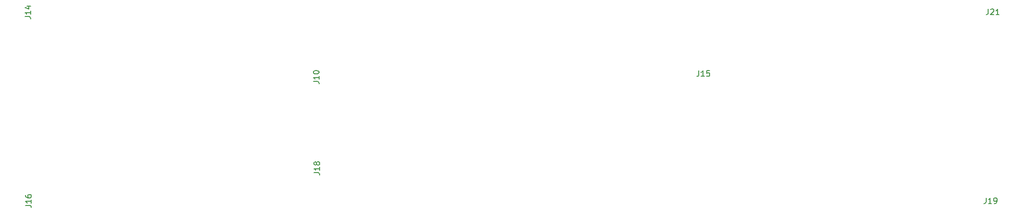
<source format=gbr>
G04 #@! TF.GenerationSoftware,KiCad,Pcbnew,9.0.0*
G04 #@! TF.CreationDate,2025-03-20T15:30:03+09:00*
G04 #@! TF.ProjectId,nofy,6e6f6679-2e6b-4696-9361-645f70636258,rev?*
G04 #@! TF.SameCoordinates,Original*
G04 #@! TF.FileFunction,Legend,Top*
G04 #@! TF.FilePolarity,Positive*
%FSLAX46Y46*%
G04 Gerber Fmt 4.6, Leading zero omitted, Abs format (unit mm)*
G04 Created by KiCad (PCBNEW 9.0.0) date 2025-03-20 15:30:03*
%MOMM*%
%LPD*%
G01*
G04 APERTURE LIST*
%ADD10C,0.150000*%
G04 APERTURE END LIST*
D10*
X32254819Y-47609523D02*
X32969104Y-47609523D01*
X32969104Y-47609523D02*
X33111961Y-47657142D01*
X33111961Y-47657142D02*
X33207200Y-47752380D01*
X33207200Y-47752380D02*
X33254819Y-47895237D01*
X33254819Y-47895237D02*
X33254819Y-47990475D01*
X33254819Y-46609523D02*
X33254819Y-47180951D01*
X33254819Y-46895237D02*
X32254819Y-46895237D01*
X32254819Y-46895237D02*
X32397676Y-46990475D01*
X32397676Y-46990475D02*
X32492914Y-47085713D01*
X32492914Y-47085713D02*
X32540533Y-47180951D01*
X32588152Y-45752380D02*
X33254819Y-45752380D01*
X32207200Y-45990475D02*
X32921485Y-46228570D01*
X32921485Y-46228570D02*
X32921485Y-45609523D01*
X32354819Y-81609523D02*
X33069104Y-81609523D01*
X33069104Y-81609523D02*
X33211961Y-81657142D01*
X33211961Y-81657142D02*
X33307200Y-81752380D01*
X33307200Y-81752380D02*
X33354819Y-81895237D01*
X33354819Y-81895237D02*
X33354819Y-81990475D01*
X33354819Y-80609523D02*
X33354819Y-81180951D01*
X33354819Y-80895237D02*
X32354819Y-80895237D01*
X32354819Y-80895237D02*
X32497676Y-80990475D01*
X32497676Y-80990475D02*
X32592914Y-81085713D01*
X32592914Y-81085713D02*
X32640533Y-81180951D01*
X32354819Y-79752380D02*
X32354819Y-79942856D01*
X32354819Y-79942856D02*
X32402438Y-80038094D01*
X32402438Y-80038094D02*
X32450057Y-80085713D01*
X32450057Y-80085713D02*
X32592914Y-80180951D01*
X32592914Y-80180951D02*
X32783390Y-80228570D01*
X32783390Y-80228570D02*
X33164342Y-80228570D01*
X33164342Y-80228570D02*
X33259580Y-80180951D01*
X33259580Y-80180951D02*
X33307200Y-80133332D01*
X33307200Y-80133332D02*
X33354819Y-80038094D01*
X33354819Y-80038094D02*
X33354819Y-79847618D01*
X33354819Y-79847618D02*
X33307200Y-79752380D01*
X33307200Y-79752380D02*
X33259580Y-79704761D01*
X33259580Y-79704761D02*
X33164342Y-79657142D01*
X33164342Y-79657142D02*
X32926247Y-79657142D01*
X32926247Y-79657142D02*
X32831009Y-79704761D01*
X32831009Y-79704761D02*
X32783390Y-79752380D01*
X32783390Y-79752380D02*
X32735771Y-79847618D01*
X32735771Y-79847618D02*
X32735771Y-80038094D01*
X32735771Y-80038094D02*
X32783390Y-80133332D01*
X32783390Y-80133332D02*
X32831009Y-80180951D01*
X32831009Y-80180951D02*
X32926247Y-80228570D01*
X204990476Y-46254819D02*
X204990476Y-46969104D01*
X204990476Y-46969104D02*
X204942857Y-47111961D01*
X204942857Y-47111961D02*
X204847619Y-47207200D01*
X204847619Y-47207200D02*
X204704762Y-47254819D01*
X204704762Y-47254819D02*
X204609524Y-47254819D01*
X205419048Y-46350057D02*
X205466667Y-46302438D01*
X205466667Y-46302438D02*
X205561905Y-46254819D01*
X205561905Y-46254819D02*
X205800000Y-46254819D01*
X205800000Y-46254819D02*
X205895238Y-46302438D01*
X205895238Y-46302438D02*
X205942857Y-46350057D01*
X205942857Y-46350057D02*
X205990476Y-46445295D01*
X205990476Y-46445295D02*
X205990476Y-46540533D01*
X205990476Y-46540533D02*
X205942857Y-46683390D01*
X205942857Y-46683390D02*
X205371429Y-47254819D01*
X205371429Y-47254819D02*
X205990476Y-47254819D01*
X206942857Y-47254819D02*
X206371429Y-47254819D01*
X206657143Y-47254819D02*
X206657143Y-46254819D01*
X206657143Y-46254819D02*
X206561905Y-46397676D01*
X206561905Y-46397676D02*
X206466667Y-46492914D01*
X206466667Y-46492914D02*
X206371429Y-46540533D01*
X204590476Y-80254819D02*
X204590476Y-80969104D01*
X204590476Y-80969104D02*
X204542857Y-81111961D01*
X204542857Y-81111961D02*
X204447619Y-81207200D01*
X204447619Y-81207200D02*
X204304762Y-81254819D01*
X204304762Y-81254819D02*
X204209524Y-81254819D01*
X205590476Y-81254819D02*
X205019048Y-81254819D01*
X205304762Y-81254819D02*
X205304762Y-80254819D01*
X205304762Y-80254819D02*
X205209524Y-80397676D01*
X205209524Y-80397676D02*
X205114286Y-80492914D01*
X205114286Y-80492914D02*
X205019048Y-80540533D01*
X206066667Y-81254819D02*
X206257143Y-81254819D01*
X206257143Y-81254819D02*
X206352381Y-81207200D01*
X206352381Y-81207200D02*
X206400000Y-81159580D01*
X206400000Y-81159580D02*
X206495238Y-81016723D01*
X206495238Y-81016723D02*
X206542857Y-80826247D01*
X206542857Y-80826247D02*
X206542857Y-80445295D01*
X206542857Y-80445295D02*
X206495238Y-80350057D01*
X206495238Y-80350057D02*
X206447619Y-80302438D01*
X206447619Y-80302438D02*
X206352381Y-80254819D01*
X206352381Y-80254819D02*
X206161905Y-80254819D01*
X206161905Y-80254819D02*
X206066667Y-80302438D01*
X206066667Y-80302438D02*
X206019048Y-80350057D01*
X206019048Y-80350057D02*
X205971429Y-80445295D01*
X205971429Y-80445295D02*
X205971429Y-80683390D01*
X205971429Y-80683390D02*
X206019048Y-80778628D01*
X206019048Y-80778628D02*
X206066667Y-80826247D01*
X206066667Y-80826247D02*
X206161905Y-80873866D01*
X206161905Y-80873866D02*
X206352381Y-80873866D01*
X206352381Y-80873866D02*
X206447619Y-80826247D01*
X206447619Y-80826247D02*
X206495238Y-80778628D01*
X206495238Y-80778628D02*
X206542857Y-80683390D01*
X84084819Y-75719523D02*
X84799104Y-75719523D01*
X84799104Y-75719523D02*
X84941961Y-75767142D01*
X84941961Y-75767142D02*
X85037200Y-75862380D01*
X85037200Y-75862380D02*
X85084819Y-76005237D01*
X85084819Y-76005237D02*
X85084819Y-76100475D01*
X85084819Y-74719523D02*
X85084819Y-75290951D01*
X85084819Y-75005237D02*
X84084819Y-75005237D01*
X84084819Y-75005237D02*
X84227676Y-75100475D01*
X84227676Y-75100475D02*
X84322914Y-75195713D01*
X84322914Y-75195713D02*
X84370533Y-75290951D01*
X84513390Y-74148094D02*
X84465771Y-74243332D01*
X84465771Y-74243332D02*
X84418152Y-74290951D01*
X84418152Y-74290951D02*
X84322914Y-74338570D01*
X84322914Y-74338570D02*
X84275295Y-74338570D01*
X84275295Y-74338570D02*
X84180057Y-74290951D01*
X84180057Y-74290951D02*
X84132438Y-74243332D01*
X84132438Y-74243332D02*
X84084819Y-74148094D01*
X84084819Y-74148094D02*
X84084819Y-73957618D01*
X84084819Y-73957618D02*
X84132438Y-73862380D01*
X84132438Y-73862380D02*
X84180057Y-73814761D01*
X84180057Y-73814761D02*
X84275295Y-73767142D01*
X84275295Y-73767142D02*
X84322914Y-73767142D01*
X84322914Y-73767142D02*
X84418152Y-73814761D01*
X84418152Y-73814761D02*
X84465771Y-73862380D01*
X84465771Y-73862380D02*
X84513390Y-73957618D01*
X84513390Y-73957618D02*
X84513390Y-74148094D01*
X84513390Y-74148094D02*
X84561009Y-74243332D01*
X84561009Y-74243332D02*
X84608628Y-74290951D01*
X84608628Y-74290951D02*
X84703866Y-74338570D01*
X84703866Y-74338570D02*
X84894342Y-74338570D01*
X84894342Y-74338570D02*
X84989580Y-74290951D01*
X84989580Y-74290951D02*
X85037200Y-74243332D01*
X85037200Y-74243332D02*
X85084819Y-74148094D01*
X85084819Y-74148094D02*
X85084819Y-73957618D01*
X85084819Y-73957618D02*
X85037200Y-73862380D01*
X85037200Y-73862380D02*
X84989580Y-73814761D01*
X84989580Y-73814761D02*
X84894342Y-73767142D01*
X84894342Y-73767142D02*
X84703866Y-73767142D01*
X84703866Y-73767142D02*
X84608628Y-73814761D01*
X84608628Y-73814761D02*
X84561009Y-73862380D01*
X84561009Y-73862380D02*
X84513390Y-73957618D01*
X83954819Y-59309523D02*
X84669104Y-59309523D01*
X84669104Y-59309523D02*
X84811961Y-59357142D01*
X84811961Y-59357142D02*
X84907200Y-59452380D01*
X84907200Y-59452380D02*
X84954819Y-59595237D01*
X84954819Y-59595237D02*
X84954819Y-59690475D01*
X84954819Y-58309523D02*
X84954819Y-58880951D01*
X84954819Y-58595237D02*
X83954819Y-58595237D01*
X83954819Y-58595237D02*
X84097676Y-58690475D01*
X84097676Y-58690475D02*
X84192914Y-58785713D01*
X84192914Y-58785713D02*
X84240533Y-58880951D01*
X83954819Y-57690475D02*
X83954819Y-57595237D01*
X83954819Y-57595237D02*
X84002438Y-57499999D01*
X84002438Y-57499999D02*
X84050057Y-57452380D01*
X84050057Y-57452380D02*
X84145295Y-57404761D01*
X84145295Y-57404761D02*
X84335771Y-57357142D01*
X84335771Y-57357142D02*
X84573866Y-57357142D01*
X84573866Y-57357142D02*
X84764342Y-57404761D01*
X84764342Y-57404761D02*
X84859580Y-57452380D01*
X84859580Y-57452380D02*
X84907200Y-57499999D01*
X84907200Y-57499999D02*
X84954819Y-57595237D01*
X84954819Y-57595237D02*
X84954819Y-57690475D01*
X84954819Y-57690475D02*
X84907200Y-57785713D01*
X84907200Y-57785713D02*
X84859580Y-57833332D01*
X84859580Y-57833332D02*
X84764342Y-57880951D01*
X84764342Y-57880951D02*
X84573866Y-57928570D01*
X84573866Y-57928570D02*
X84335771Y-57928570D01*
X84335771Y-57928570D02*
X84145295Y-57880951D01*
X84145295Y-57880951D02*
X84050057Y-57833332D01*
X84050057Y-57833332D02*
X84002438Y-57785713D01*
X84002438Y-57785713D02*
X83954819Y-57690475D01*
X153090476Y-57354819D02*
X153090476Y-58069104D01*
X153090476Y-58069104D02*
X153042857Y-58211961D01*
X153042857Y-58211961D02*
X152947619Y-58307200D01*
X152947619Y-58307200D02*
X152804762Y-58354819D01*
X152804762Y-58354819D02*
X152709524Y-58354819D01*
X154090476Y-58354819D02*
X153519048Y-58354819D01*
X153804762Y-58354819D02*
X153804762Y-57354819D01*
X153804762Y-57354819D02*
X153709524Y-57497676D01*
X153709524Y-57497676D02*
X153614286Y-57592914D01*
X153614286Y-57592914D02*
X153519048Y-57640533D01*
X154995238Y-57354819D02*
X154519048Y-57354819D01*
X154519048Y-57354819D02*
X154471429Y-57831009D01*
X154471429Y-57831009D02*
X154519048Y-57783390D01*
X154519048Y-57783390D02*
X154614286Y-57735771D01*
X154614286Y-57735771D02*
X154852381Y-57735771D01*
X154852381Y-57735771D02*
X154947619Y-57783390D01*
X154947619Y-57783390D02*
X154995238Y-57831009D01*
X154995238Y-57831009D02*
X155042857Y-57926247D01*
X155042857Y-57926247D02*
X155042857Y-58164342D01*
X155042857Y-58164342D02*
X154995238Y-58259580D01*
X154995238Y-58259580D02*
X154947619Y-58307200D01*
X154947619Y-58307200D02*
X154852381Y-58354819D01*
X154852381Y-58354819D02*
X154614286Y-58354819D01*
X154614286Y-58354819D02*
X154519048Y-58307200D01*
X154519048Y-58307200D02*
X154471429Y-58259580D01*
M02*

</source>
